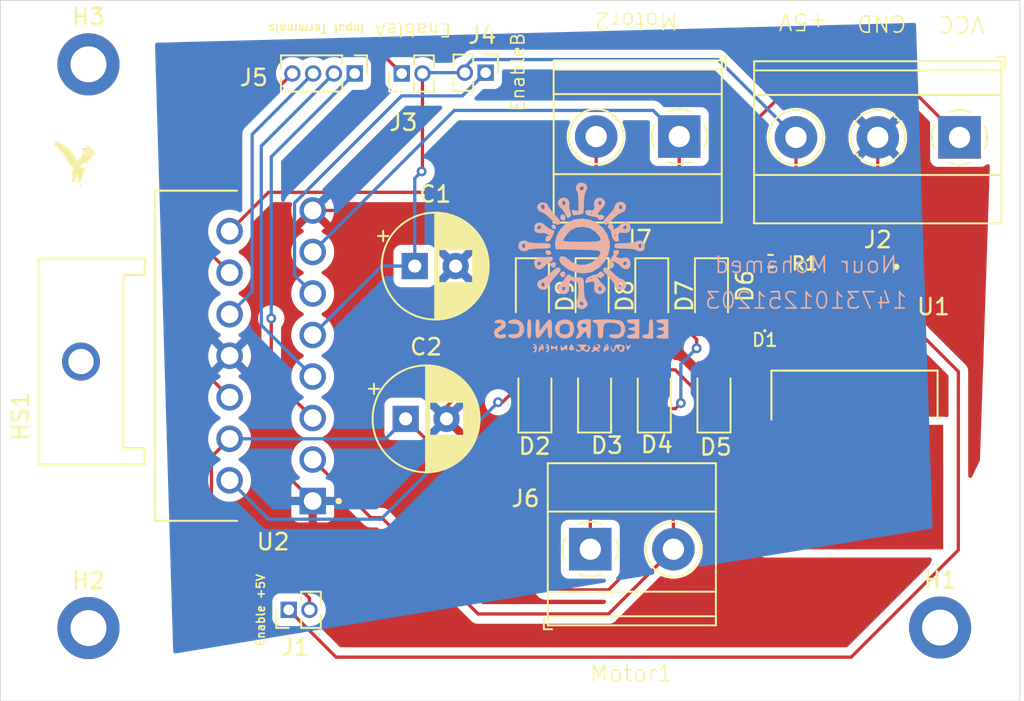
<source format=kicad_pcb>
(kicad_pcb (version 20240108) (generator "pcbnew") (generator_version "8.0")
  (title_block (title "${Title}") (date "2025-03-14") (rev "${Version}") (company "${Author}"))
  (layers (0 "F.Cu" signal) (31 "B.Cu" signal) (34 "B.Paste" user) (35 "F.Paste" user) (36 "B.SilkS" user "B.Silkscreen") (37 "F.SilkS" user "F.Silkscreen") (38 "B.Mask" user) (39 "F.Mask" user) (44 "Edge.Cuts" user))
  (property "Author" "Nour Mohamed")
  (property "ID" "1473101251203")
  (property "Title" "L298N")
  (property "Version" "V1.0")
  (net 0 "")
  (net 1 "GND")
  (net 2 "+5V")
  (net 3 "VCC")
  (net 4 "Net-(D1-A)")
  (net 5 "/OUT1")
  (net 6 "/OUT2")
  (net 7 "/OUT3")
  (net 8 "/OUT4")
  (net 9 "/power")
  (net 10 "Net-(J3-Pin_1)")
  (net 11 "Net-(J4-Pin_1)")
  (net 12 "Net-(J5-Pin_1)")
  (net 13 "Net-(J5-Pin_4)")
  (net 14 "Net-(J5-Pin_3)")
  (net 15 "Net-(J5-Pin_2)")
  (footprint "L298N:TO127P2020X500X2100-15" (layer "F.Cu") (at 108.0451 106.5276 180)
    (property "Reference" "U2" (at 2.425 -2.495 360) (layer "F.SilkS"))
    (property "Value" "L298N")
    (pad "1" thru_hole rect (at 0 0 180) (size 1.62 1.62) (drill 1.08) (layers "*.Cu" "*.Mask") (net 1 "GND"))
    (pad "2" thru_hole circle (at 5.08 1.27 180) (size 1.62 1.62) (drill 1.08) (layers "*.Cu" "*.Mask") (net 5 "/OUT1"))
    (pad "3" thru_hole circle (at 0 2.54 180) (size 1.62 1.62) (drill 1.08) (layers "*.Cu" "*.Mask") (net 6 "/OUT2"))
    (pad "4" thru_hole circle (at 5.08 3.81 180) (size 1.62 1.62) (drill 1.08) (layers "*.Cu" "*.Mask") (net 3 "VCC"))
    (pad "5" thru_hole circle (at 0 5.08 180) (size 1.62 1.62) (drill 1.08) (layers "*.Cu" "*.Mask") (net 12 "Net-(J5-Pin_1)"))
    (pad "6" thru_hole circle (at 5.08 6.35 180) (size 1.62 1.62) (drill 1.08) (layers "*.Cu" "*.Mask") (net 10 "Net-(J3-Pin_1)"))
    (pad "7" thru_hole circle (at 0 7.62 180) (size 1.62 1.62) (drill 1.08) (layers "*.Cu" "*.Mask") (net 15 "Net-(J5-Pin_2)"))
    (pad "8" thru_hole circle (at 5.08 8.89 180) (size 1.62 1.62) (drill 1.08) (layers "*.Cu" "*.Mask") (net 1 "GND"))
    (pad "9" thru_hole circle (at 0 10.16 180) (size 1.62 1.62) (drill 1.08) (layers "*.Cu" "*.Mask") (net 2 "+5V"))
    (pad "10" thru_hole circle (at 5.08 11.43 180) (size 1.62 1.62) (drill 1.08) (layers "*.Cu" "*.Mask") (net 14 "Net-(J5-Pin_3)"))
    (pad "11" thru_hole circle (at 0 12.7 180) (size 1.62 1.62) (drill 1.08) (layers "*.Cu" "*.Mask") (net 11 "Net-(J4-Pin_1)"))
    (pad "12" thru_hole circle (at 5.08 13.97 180) (size 1.62 1.62) (drill 1.08) (layers "*.Cu" "*.Mask") (net 13 "Net-(J5-Pin_4)"))
    (pad "13" thru_hole circle (at 0 15.24 180) (size 1.62 1.62) (drill 1.08) (layers "*.Cu" "*.Mask") (net 7 "/OUT3"))
    (pad "14" thru_hole circle (at 5.08 16.51 180) (size 1.62 1.62) (drill 1.08) (layers "*.Cu" "*.Mask") (net 8 "/OUT4"))
    (pad "15" thru_hole circle (at 0 17.78 180) (size 1.62 1.62) (drill 1.08) (layers "*.Cu" "*.Mask") (net 1 "GND"))
  )
  (footprint "Diode_SMD:D_PowerDI-123" (layer "F.Cu") (at 128.778 93.98 -90)
    (property "Reference" "D7" (at 0 -2 90) (layer "F.SilkS"))
    (property "Value" "D")
    (pad "1" smd roundrect (at -0.85 0 90) (size 2.4 1.5) (layers "F.Cu" "F.Paste" "F.Mask") (roundrect_rratio 0.1666666667) (net 7 "/OUT3"))
    (pad "2" smd roundrect (at 1.525 0 90) (size 1.05 1.5) (layers "F.Cu" "F.Paste" "F.Mask") (roundrect_rratio 0.2380952381) (net 1 "GND"))
  )
  (footprint "heat sink:HSINK_SK_95_25_STS_TO_220" (layer "F.Cu") (at 93.8784 97.9932 90)
    (property "Reference" "HS1" (at -3.36142 -3.70326 90) (layer "F.SilkS"))
    (property "Value" "Heatsink")
    (pad "1" thru_hole circle (at 0 0 90) (size 2.325 2.325) (drill 1.55) (layers "*.Cu" "*.Mask"))
  )
  (footprint "LED_SMD:LED_0201_0603Metric" (layer "F.Cu") (at 135.6868 95.25 90)
    (property "Reference" "D1" (at -1.4224 0 180) (layer "F.SilkS") (effects (font (size 0.8 0.8) (thickness 0.125))))
    (property "Value" "LED")
    (pad "1" smd roundrect (at -0.32 0 90) (size 0.46 0.4) (layers "F.Cu" "F.Mask") (net 1 "GND"))
    (pad "2" smd roundrect (at 0.32 0 90) (size 0.46 0.4) (layers "F.Cu" "F.Mask") (net 4 "Net-(D1-A)"))
  )
  (footprint "TerminalBlock_Phoenix:TerminalBlock_Phoenix_MKDS-1,5-2-5.08_1x02_P5.08mm_Horizontal" (layer "F.Cu") (at 130.4594 84.2262 180)
    (property "Reference" "J7" (at 2.54 -6.26 360) (layer "F.SilkS"))
    (property "Value" "Motor2")
    (pad "1" thru_hole rect (at 0 0 180) (size 2.6 2.6) (drill 1.3) (layers "*.Cu" "*.Mask") (net 7 "/OUT3"))
    (pad "2" thru_hole circle (at 5.08 0 180) (size 2.6 2.6) (drill 1.3) (layers "*.Cu" "*.Mask") (net 8 "/OUT4"))
  )
  (footprint "MountingHole:MountingHole_2.2mm_M2_DIN965_Pad" (layer "F.Cu") (at 146.4056 114.268)
    (property "Reference" "H1" (at 0 -2.9 0) (layer "F.SilkS"))
    (property "Value" "MountingHole")
    (pad "1" thru_hole circle (at 0 0) (size 3.8 3.8) (drill 2.2) (layers "*.Cu" "*.Mask"))
  )
  (footprint "voltage_regulator:TO254P1524X483-4N" (layer "F.Cu") (at 141.1732 101.1936 -90)
    (property "Reference" "U1" (at -6.5532 -4.826 180) (layer "F.SilkS"))
    (property "Value" "LM7805_TO220")
    (pad "1" smd roundrect (at -6.4 -2.54 270) (size 3.79 0.99) (layers "F.Cu" "F.Paste" "F.Mask") (roundrect_rratio 0.125) (net 9 "/power"))
    (pad "2" smd roundrect (at -6.4 0 270) (size 3.79 0.99) (layers "F.Cu" "F.Paste" "F.Mask") (roundrect_rratio 0.125) (net 1 "GND"))
    (pad "3" smd roundrect (at -6.4 2.54 270) (size 3.79 0.99) (layers "F.Cu" "F.Paste" "F.Mask") (roundrect_rratio 0.125) (net 2 "+5V"))
    (pad "4" smd rect (at 4.48 0 270) (size 7.62 10.84) (layers "F.Cu" "F.Mask"))
  )
  (footprint "Diode_SMD:D_PowerDI-123" (layer "F.Cu") (at 121.478 93.98 -90)
    (property "Reference" "D9" (at 0 -2 90) (layer "F.SilkS"))
    (property "Value" "D")
    (pad "1" smd roundrect (at -0.85 0 90) (size 2.4 1.5) (layers "F.Cu" "F.Paste" "F.Mask") (roundrect_rratio 0.1666666667) (net 8 "/OUT4"))
    (pad "2" smd roundrect (at 1.525 0 90) (size 1.05 1.5) (layers "F.Cu" "F.Paste" "F.Mask") (roundrect_rratio 0.2380952381) (net 1 "GND"))
  )
  (footprint "TerminalBlock_Phoenix:TerminalBlock_Phoenix_MKDS-1,5-2-5.08_1x02_P5.08mm_Horizontal" (layer "F.Cu") (at 125.0188 109.474)
    (property "Reference" "J6" (at -3.9624 -3.0988 360) (layer "F.SilkS"))
    (property "Value" "Motor1")
    (pad "1" thru_hole rect (at 0 0) (size 2.6 2.6) (drill 1.3) (layers "*.Cu" "*.Mask") (net 5 "/OUT1"))
    (pad "2" thru_hole circle (at 5.08 0) (size 2.6 2.6) (drill 1.3) (layers "*.Cu" "*.Mask") (net 6 "/OUT2"))
  )
  (footprint "Capacitor_THT:CP_Radial_D6.3mm_P2.50mm" (layer "F.Cu") (at 114.286021 92.1512)
    (property "Reference" "C1" (at 1.25 -4.4 0) (layer "F.SilkS"))
    (property "Value" "C_Polarized")
    (pad "1" thru_hole rect (at 0 0) (size 1.6 1.6) (drill 0.8) (layers "*.Cu" "*.Mask") (net 2 "+5V"))
    (pad "2" thru_hole circle (at 2.5 0) (size 1.6 1.6) (drill 0.8) (layers "*.Cu" "*.Mask") (net 1 "GND"))
  )
  (footprint "Diode_SMD:D_PowerDI-123" (layer "F.Cu") (at 132.428 93.98 -90)
    (property "Reference" "D6" (at -0.6096 -2.0396 90) (layer "F.SilkS"))
    (property "Value" "D")
    (pad "1" smd roundrect (at -0.85 0 90) (size 2.4 1.5) (layers "F.Cu" "F.Paste" "F.Mask") (roundrect_rratio 0.1666666667) (net 3 "VCC"))
    (pad "2" smd roundrect (at 1.525 0 90) (size 1.05 1.5) (layers "F.Cu" "F.Paste" "F.Mask") (roundrect_rratio 0.2380952381) (net 7 "/OUT3"))
  )
  (footprint "MountingHole:MountingHole_2.2mm_M2_DIN965_Pad" (layer "F.Cu") (at 94.3356 114.3)
    (property "Reference" "H2" (at 0 -2.9 0) (layer "F.SilkS"))
    (property "Value" "MountingHole")
    (pad "1" thru_hole circle (at 0 0) (size 3.8 3.8) (drill 2.2) (layers "*.Cu" "*.Mask"))
  )
  (footprint "MountingHole:MountingHole_2.2mm_M2_DIN965_Pad" (layer "F.Cu") (at 94.3356 79.8068)
    (property "Reference" "H3" (at 0 -2.9 0) (layer "F.SilkS"))
    (property "Value" "MountingHole")
    (pad "1" thru_hole circle (at 0 0) (size 3.8 3.8) (drill 2.2) (layers "*.Cu" "*.Mask"))
  )
  (footprint "Diode_SMD:D_PowerDI-123" (layer "F.Cu") (at 125.128 93.98 -90)
    (property "Reference" "D8" (at 0 -2 90) (layer "F.SilkS"))
    (property "Value" "D")
    (pad "1" smd roundrect (at -0.85 0 90) (size 2.4 1.5) (layers "F.Cu" "F.Paste" "F.Mask") (roundrect_rratio 0.1666666667) (net 3 "VCC"))
    (pad "2" smd roundrect (at 1.525 0 90) (size 1.05 1.5) (layers "F.Cu" "F.Paste" "F.Mask") (roundrect_rratio 0.2380952381) (net 8 "/OUT4"))
  )
  (footprint "logos:eagle" (layer "F.Cu") (at 93.56195 85.846758)
    (property "Reference" "G***" (hide yes))
    (property "Value" "LOGO" (hide yes))
  )
  (footprint "TerminalBlock_Phoenix:TerminalBlock_Phoenix_MKDS-1,5-3_1x03_P5.00mm_Horizontal" (layer "F.Cu") (at 147.5956 84.277 180)
    (property "Reference" "J2" (at 5 -6.26 360) (layer "F.SilkS"))
    (property "Value" "Screw_Terminal_01x03")
    (pad "1" thru_hole rect (at 0 0 180) (size 2.6 2.6) (drill 1.3) (layers "*.Cu" "*.Mask") (net 3 "VCC"))
    (pad "2" thru_hole circle (at 5 0 180) (size 2.6 2.6) (drill 1.3) (layers "*.Cu" "*.Mask") (net 1 "GND"))
    (pad "3" thru_hole circle (at 10 0 180) (size 2.6 2.6) (drill 1.3) (layers "*.Cu" "*.Mask") (net 2 "+5V"))
  )
  (footprint "Connector_PinHeader_1.27mm:PinHeader_1x02_P1.27mm_Vertical" (layer "F.Cu") (at 106.5784 113.1824 90)
    (property "Reference" "J1" (at -2.286 0.4064 180) (layer "F.SilkS"))
    (property "Value" "5V enable jumper")
    (pad "1" thru_hole rect (at 0 0 90) (size 1 1) (drill 0.65) (layers "*.Cu" "*.Mask") (net 9 "/power"))
    (pad "2" thru_hole oval (at 0 1.27 90) (size 1 1) (drill 0.65) (layers "*.Cu" "*.Mask") (net 3 "VCC"))
  )
  (footprint "Connector_PinHeader_1.27mm:PinHeader_1x02_P1.27mm_Vertical" (layer "F.Cu") (at 113.4872 80.3656 90)
    (property "Reference" "J3" (at -2.9972 0.1016 180) (layer "F.SilkS"))
    (property "Value" "EnableA")
    (pad "1" thru_hole rect (at 0 0 90) (size 1 1) (drill 0.65) (layers "*.Cu" "*.Mask") (net 10 "Net-(J3-Pin_1)"))
    (pad "2" thru_hole oval (at 0 1.27 90) (size 1 1) (drill 0.65) (layers "*.Cu" "*.Mask") (net 2 "+5V"))
  )
  (footprint "Connector_PinHeader_1.27mm:PinHeader_1x02_P1.27mm_Vertical" (layer "F.Cu") (at 118.618 80.3148 -90)
    (property "Reference" "J4" (at -2.286 0.2032 0) (layer "F.SilkS"))
    (property "Value" "EnableB")
    (pad "1" thru_hole rect (at 0 0 270) (size 1 1) (drill 0.65) (layers "*.Cu" "*.Mask") (net 11 "Net-(J4-Pin_1)"))
    (pad "2" thru_hole oval (at 0 1.27 270) (size 1 1) (drill 0.65) (layers "*.Cu" "*.Mask") (net 2 "+5V"))
  )
  (footprint "Diode_SMD:D_PowerDI-123" (layer "F.Cu") (at 132.5804 100.0252 90)
    (property "Reference" "D5" (at -3.2004 0.1092 180) (layer "F.SilkS"))
    (property "Value" "D")
    (pad "1" smd roundrect (at -0.85 0 270) (size 2.4 1.5) (layers "F.Cu" "F.Paste" "F.Mask") (roundrect_rratio 0.1666666667) (net 6 "/OUT2"))
    (pad "2" smd roundrect (at 1.525 0 270) (size 1.05 1.5) (layers "F.Cu" "F.Paste" "F.Mask") (roundrect_rratio 0.2380952381) (net 1 "GND"))
  )
  (footprint "Resistor_SMD:R_0402_1005Metric" (layer "F.Cu") (at 136.0424 91.8464 180)
    (property "Reference" "R1" (at -2.0828 -0.1524 0) (layer "F.SilkS") (effects (font (size 0.8 0.8))))
    (property "Value" "R")
    (pad "1" smd roundrect (at -0.51 0 180) (size 0.54 0.64) (layers "F.Cu" "F.Paste" "F.Mask") (net 2 "+5V"))
    (pad "2" smd roundrect (at 0.51 0 180) (size 0.54 0.64) (layers "F.Cu" "F.Paste" "F.Mask") (net 4 "Net-(D1-A)"))
  )
  (footprint "Capacitor_THT:CP_Radial_D6.3mm_P2.50mm" (layer "F.Cu") (at 113.727221 101.4984)
    (property "Reference" "C2" (at 1.25 -4.4 0) (layer "F.SilkS"))
    (property "Value" "C_Polarized")
    (pad "1" thru_hole rect (at 0 0) (size 1.6 1.6) (drill 0.8) (layers "*.Cu" "*.Mask") (net 3 "VCC"))
    (pad "2" thru_hole circle (at 2.5 0) (size 1.6 1.6) (drill 0.8) (layers "*.Cu" "*.Mask") (net 1 "GND"))
  )
  (footprint "Diode_SMD:D_PowerDI-123" (layer "F.Cu") (at 125.2804 100.0252 90)
    (property "Reference" "D3" (at -3.0988 0.7544 180) (layer "F.SilkS"))
    (property "Value" "D")
    (pad "1" smd roundrect (at -0.85 0 270) (size 2.4 1.5) (layers "F.Cu" "F.Paste" "F.Mask") (roundrect_rratio 0.1666666667) (net 5 "/OUT1"))
    (pad "2" smd roundrect (at 1.525 0 270) (size 1.05 1.5) (layers "F.Cu" "F.Paste" "F.Mask") (roundrect_rratio 0.2380952381) (net 1 "GND"))
  )
  (footprint "Diode_SMD:D_PowerDI-123" (layer "F.Cu") (at 121.6304 100.0252 90)
    (property "Reference" "D2" (at -3.1496 -0.0152 180) (layer "F.SilkS"))
    (property "Value" "D")
    (pad "1" smd roundrect (at -0.85 0 270) (size 2.4 1.5) (layers "F.Cu" "F.Paste" "F.Mask") (roundrect_rratio 0.1666666667) (net 3 "VCC"))
    (pad "2" smd roundrect (at 1.525 0 270) (size 1.05 1.5) (layers "F.Cu" "F.Paste" "F.Mask") (roundrect_rratio 0.2380952381) (net 5 "/OUT1"))
  )
  (footprint "Connector_PinHeader_1.27mm:PinHeader_1x04_P1.27mm_Vertical" (layer "F.Cu") (at 110.612 80.3656 -90)
    (property "Reference" "J5" (at 0.254 6.1672 180) (layer "F.SilkS"))
    (property "Value" "Conn_01x04_Pin")
    (pad "1" thru_hole rect (at 0 0 270) (size 1 1) (drill 0.65) (layers "*.Cu" "*.Mask") (net 12 "Net-(J5-Pin_1)"))
    (pad "2" thru_hole oval (at 0 1.27 270) (size 1 1) (drill 0.65) (layers "*.Cu" "*.Mask") (net 15 "Net-(J5-Pin_2)"))
    (pad "3" thru_hole oval (at 0 2.54 270) (size 1 1) (drill 0.65) (layers "*.Cu" "*.Mask") (net 14 "Net-(J5-Pin_3)"))
    (pad "4" thru_hole oval (at 0 3.81 270) (size 1 1) (drill 0.65) (layers "*.Cu" "*.Mask") (net 13 "Net-(J5-Pin_4)"))
  )
  (footprint "Diode_SMD:D_PowerDI-123" (layer "F.Cu") (at 128.9304 100.0252 90)
    (property "Reference" "D4" (at -3.048 0.1524 180) (layer "F.SilkS"))
    (property "Value" "D")
    (pad "1" smd roundrect (at -0.85 0 270) (size 2.4 1.5) (layers "F.Cu" "F.Paste" "F.Mask") (roundrect_rratio 0.1666666667) (net 3 "VCC"))
    (pad "2" smd roundrect (at 1.525 0 270) (size 1.05 1.5) (layers "F.Cu" "F.Paste" "F.Mask") (roundrect_rratio 0.2380952381) (net 6 "/OUT2"))
  )
  (footprint "logos:Electronics" (layer "B.Cu") (at 124.46 92.3544 180)
    (property "Reference" "G***" (hide yes))
    (property "Value" "LOGO" (hide yes))
  )
  (gr_rect (start 88.9508 75.8952) (end 151.2824 118.7704) (stroke (width 0.05)) (fill none) (layer "Edge.Cuts"))
  (gr_text "${Author}" (at 143.8656 92.6592 0) (layer "B.SilkS") (effects (font (size 1 1) (thickness 0.1)) (justify left bottom mirror)))
  (gr_text "${ID}" (at 144.4752 94.8436 0) (layer "B.SilkS") (effects (font (size 1 1) (thickness 0.1)) (justify left bottom mirror)))
  (gr_text "Motor2" (at 130.4544 76.5556 180) (layer "F.SilkS") (effects (font (size 1 1) (thickness 0.1)) (justify left bottom)))
  (gr_text "Motor1" (at 124.9172 117.6528 0) (layer "F.SilkS") (effects (font (size 1 1) (thickness 0.1)) (justify left bottom)))
  (gr_text "EnableA" (at 116.586 77.216 180) (layer "F.SilkS") (effects (font (size 0.8 0.8) (thickness 0.1)) (justify left bottom)))
  (gr_text "Input Terminals" (at 111.252 77.3176 180) (layer "F.SilkS") (effects (font (size 0.5 0.5) (thickness 0.1)) (justify left bottom)))
  (gr_text "Enable +5V" (at 105.156 115.4684 90) (layer "F.SilkS") (effects (font (size 0.5 0.5) (thickness 0.1)) (justify left bottom)))
  (gr_text "GND" (at 144.4244 76.708 180) (layer "F.SilkS") (effects (font (size 1 1) (thickness 0.1)) (justify left bottom)))
  (gr_text "VCC" (at 149.1996 76.7588 180) (layer "F.SilkS") (effects (font (size 1 1) (thickness 0.1)) (justify left bottom)))
  (gr_text "EnableB" (at 121.0564 82.7532 90) (layer "F.SilkS") (effects (font (size 0.8 0.8) (thickness 0.1)) (justify left bottom)))
  (gr_text "+5V" (at 139.6492 76.6064 180) (layer "F.SilkS") (effects (font (size 1 1) (thickness 0.1)) (justify left bottom)))
  (segment (start 120.139821 95.505) (end 116.786021 92.1512) (width 0.2) (layer "F.Cu") (net 1))
  (segment (start 121.478 95.505) (end 120.139821 95.505) (width 0.2) (layer "F.Cu") (net 1))
  (segment (start 121.478 95.505) (end 122.2852 95.505) (width 0.2) (layer "F.Cu") (net 1))
  (segment (start 141.1732 94.7936) (end 141.1732 96.688599) (width 0.2) (layer "F.Cu") (net 1))
  (segment (start 142.5956 93.3712) (end 141.1732 94.7936) (width 0.2) (layer "F.Cu") (net 1))
  (segment (start 105.664 100.3365) (end 102.9651 97.6376) (width 0.2) (layer "F.Cu") (net 1))
  (segment (start 132.5804 98.5002) (end 131.7732 98.5002) (width 0.2) (layer "F.Cu") (net 1))
  (segment (start 131.7732 98.5002) (end 128.778 95.505) (width 0.2) (layer "F.Cu") (net 1))
  (segment (start 108.0451 106.5276) (end 105.664 104.1465) (width 0.2) (layer "F.Cu") (net 1))
  (segment (start 142.5956 84.277) (end 142.5956 93.3712) (width 0.2) (layer "F.Cu") (net 1))
  (segment (start 132.5804 98.5002) (end 135.5106 95.57) (width 0.2) (layer "F.Cu") (net 1))
  (segment (start 125.7828 98.5002) (end 128.778 95.505) (width 0.2) (layer "F.Cu") (net 1))
  (segment (start 116.227221 100.755779) (end 116.227221 101.4984) (width 0.2) (layer "F.Cu") (net 1))
  (segment (start 108.0451 88.7476) (end 113.382421 88.7476) (width 0.2) (layer "F.Cu") (net 1))
  (segment (start 125.2804 98.5002) (end 125.7828 98.5002) (width 0.2) (layer "F.Cu") (net 1))
  (segment (start 121.478 95.505) (end 116.227221 100.755779) (width 0.2) (layer "F.Cu") (net 1))
  (segment (start 105.664 104.1465) (end 105.664 100.3365) (width 0.2) (layer "F.Cu") (net 1))
  (segment (start 141.1732 96.688599) (end 140.873199 96.9886) (width 0.2) (layer "F.Cu") (net 1))
  (segment (start 122.2852 95.505) (end 125.2804 98.5002) (width 0.2) (layer "F.Cu") (net 1))
  (segment (start 137.1054 96.9886) (end 135.6868 95.57) (width 0.2) (layer "F.Cu") (net 1))
  (segment (start 140.873199 96.9886) (end 137.1054 96.9886) (width 0.2) (layer "F.Cu") (net 1))
  (segment (start 135.5106 95.57) (end 135.6868 95.57) (width 0.2) (layer "F.Cu") (net 1))
  (segment (start 113.382421 88.7476) (end 116.786021 92.1512) (width 0.2) (layer "F.Cu") (net 1))
  (segment (start 116.227221 101.4984) (end 111.198021 106.5276) (width 0.2) (layer "B.Cu") (net 1))
  (segment (start 111.198021 106.5276) (end 108.0451 106.5276) (width 0.2) (layer "B.Cu") (net 1))
  (segment (start 136.5524 92.7128) (end 136.5524 91.8464) (width 0.2) (layer "F.Cu") (net 2))
  (segment (start 137.5956 84.277) (end 137.5956 90.8032) (width 0.2) (layer "F.Cu") (net 2))
  (segment (start 114.7572 86.3092) (end 114.7064 86.36) (width 0.2) (layer "F.Cu") (net 2))
  (segment (start 114.7572 80.3656) (end 114.7572 86.3092) (width 0.2) (layer "F.Cu") (net 2))
  (segment (start 138.6332 94.7936) (end 136.5524 92.7128) (width 0.2) (layer "F.Cu") (net 2))
  (segment (start 137.5956 90.8032) (end 136.5524 91.8464) (width 0.2) (layer "F.Cu") (net 2))
  (via (at 114.7064 86.36) (size 0.6) (drill 0.3) (layers "F.Cu" "B.Cu") (net 2))
  (segment (start 114.7064 86.36) (end 114.286021 86.780379) (width 0.2) (layer "B.Cu") (net 2))
  (segment (start 132.8334 79.5148) (end 117.818 79.5148) (width 0.2) (layer "B.Cu") (net 2))
  (segment (start 114.286021 92.1512) (end 112.2615 92.1512) (width 0.2) (layer "B.Cu") (net 2))
  (segment (start 114.808 80.3148) (end 114.7572 80.3656) (width 0.2) (layer "B.Cu") (net 2))
  (segment (start 117.348 80.3148) (end 114.808 80.3148) (width 0.2) (layer "B.Cu") (net 2))
  (segment (start 114.286021 86.780379) (end 114.286021 92.1512) (width 0.2) (layer "B.Cu") (net 2))
  (segment (start 117.348 80.6448) (end 117.348 80.3148) (width 0.2) (layer "B.Cu") (net 2))
  (segment (start 117.818 79.5148) (end 117.348 79.9848) (width 0.2) (layer "B.Cu") (net 2))
  (segment (start 112.2615 92.1512) (end 108.0451 96.3676) (width 0.2) (layer "B.Cu") (net 2))
  (segment (start 137.5956 84.277) (end 132.8334 79.5148) (width 0.2) (layer "B.Cu") (net 2))
  (segment (start 117.348 79.9848) (end 117.348 80.3148) (width 0.2) (layer "B.Cu") (net 2))
  (segment (start 136.7028 81.6864) (end 145.005 81.6864) (width 0.2) (layer "F.Cu") (net 3))
  (segment (start 118.6196 103.886) (end 116.114821 103.886) (width 0.2) (layer "F.Cu") (net 3))
  (segment (start 133.478 96.014744) (end 133.162744 96.33) (width 0.2) (layer "F.Cu") (net 3))
  (segment (start 133.6548 84.7344) (end 136.7028 81.6864) (width 0.2) (layer "F.Cu") (net 3))
  (segment (start 118.6196 108.3072) (end 118.6196 103.886) (width 0.2) (layer "F.Cu") (net 3))
  (segment (start 127.4064 110.6932) (end 126.1364 111.9632) (width 0.2) (layer "F.Cu") (net 3))
  (segment (start 101.8551 106.481994) (end 101.8551 103.8276) (width 0.2) (layer "F.Cu") (net 3))
  (segment (start 133.6548 91.9032) (end 133.6548 84.7344) (width 0.2) (layer "F.Cu") (net 3))
  (segment (start 127.4064 102.3992) (end 127.4064 110.6932) (width 0.2) (layer "F.Cu") (net 3))
  (segment (start 129.512744 94.63) (end 126.628 94.63) (width 0.2) (layer "F.Cu") (net 3))
  (segment (start 145.005 81.6864) (end 147.5956 84.277) (width 0.2) (layer "F.Cu") (net 3))
  (segment (start 132.428 93.13) (end 133.6548 91.9032) (width 0.2) (layer "F.Cu") (net 3))
  (segment (start 126.1364 111.9632) (end 122.2756 111.9632) (width 0.2) (layer "F.Cu") (net 3))
  (segment (start 132.428 93.13) (end 133.478 94.18) (width 0.2) (layer "F.Cu") (net 3))
  (segment (start 133.162744 96.33) (end 131.212744 96.33) (width 0.2) (layer "F.Cu") (net 3))
  (segment (start 107.8484 113.1824) (end 107.8484 112.475294) (width 0.2) (layer "F.Cu") (net 3))
  (segment (start 128.9304 100.8752) (end 130.214 100.8752) (width 0.2) (layer "F.Cu") (net 3))
  (segment (start 131.5212 97.1804) (end 131.5212 96.638456) (width 0.2) (layer "F.Cu") (net 3))
  (segment (start 131.212744 96.33) (end 129.512744 94.63) (width 0.2) (layer "F.Cu") (net 3))
  (segment (start 121.6304 100.8752) (end 118.6196 103.886) (width 0.2) (layer "F.Cu") (net 3))
  (segment (start 107.8484 112.475294) (end 101.8551 106.481994) (width 0.2) (layer "F.Cu") (net 3))
  (segment (start 126.628 94.63) (end 125.128 93.13) (width 0.2) (layer "F.Cu") (net 3))
  (segment (start 133.478 94.18) (end 133.478 96.014744) (width 0.2) (layer "F.Cu") (net 3))
  (segment (start 131.5212 96.638456) (end 131.212744 96.33) (width 0.2) (layer "F.Cu") (net 3))
  (segment (start 122.2756 111.9632) (end 118.6196 108.3072) (width 0.2) (layer "F.Cu") (net 3))
  (segment (start 128.9304 100.8752) (end 127.4064 102.3992) (width 0.2) (layer "F.Cu") (net 3))
  (segment (start 101.8551 103.8276) (end 102.9651 102.7176) (width 0.2) (layer "F.Cu") (net 3))
  (segment (start 116.114821 103.886) (end 113.727221 101.4984) (width 0.2) (layer "F.Cu") (net 3))
  (segment (start 130.214 100.8752) (end 130.556 100.5332) (width 0.2) (layer "F.Cu") (net 3))
  (via (at 130.556 100.5332) (size 0.6) (drill 0.3) (layers "F.Cu" "B.Cu") (net 3))
  (via (at 131.5212 97.1804) (size 0.6) (drill 0.3) (layers "F.Cu" "B.Cu") (net 3))
  (segment (start 130.556 100.5332) (end 130.556 98.1456) (width 0.2) (layer "B.Cu") (net 3))
  (segment (start 130.556 98.1456) (end 131.5212 97.1804) (width 0.2) (layer "B.Cu") (net 3))
  (segment (start 112.508021 102.7176) (end 102.9651 102.7176) (width 0.2) (layer "B.Cu") (net 3))
  (segment (start 113.727221 101.4984) (end 112.508021 102.7176) (width 0.2) (layer "B.Cu") (net 3))
  (segment (start 135.6868 92.0008) (end 135.5324 91.8464) (width 0.2) (layer "F.Cu") (net 4))
  (segment (start 135.6868 94.93) (end 135.6868 92.0008) (width 0.2) (layer "F.Cu") (net 4))
  (segment (start 119.6482 100.4824) (end 121.6304 98.5002) (width 0.2) (layer "F.Cu") (net 5))
  (segment (start 125.0188 109.474) (end 125.0188 101.1368) (width 0.2) (layer "F.Cu") (net 5))
  (segment (start 125.0188 101.1368) (end 125.2804 100.8752) (width 0.2) (layer "F.Cu") (net 5))
  (segment (start 122.9054 98.5002) (end 125.2804 100.8752) (width 0.2) (layer "F.Cu") (net 5))
  (segment (start 121.6304 98.5002) (end 122.9054 98.5002) (width 0.2) (layer "F.Cu") (net 5))
  (segment (start 119.38 100.4824) (end 119.6482 100.4824) (width 0.2) (layer "F.Cu") (net 5))
  (via (at 119.38 100.4824) (size 0.6) (drill 0.3) (layers "F.Cu" "B.Cu") (net 5))
  (segment (start 102.9651 105.2576) (end 105.3451 107.6376) (width 0.2) (layer "B.Cu") (net 5))
  (segment (start 112.2248 107.6376) (end 119.38 100.4824) (width 0.2) (layer "B.Cu") (net 5))
  (segment (start 105.3451 107.6376) (end 112.2248 107.6376) (width 0.2) (layer "B.Cu") (net 5))
  (segment (start 128.9304 98.5002) (end 130.2054 98.5002) (width 0.2) (layer "F.Cu") (net 6))
  (segment (start 111.6011 107.5436) (end 112.268 107.5436) (width 0.2) (layer "F.Cu") (net 6))
  (segment (start 126.1364 113.4364) (end 130.0988 109.474) (width 0.2) (layer "F.Cu") (net 6))
  (segment (start 108.0451 103.9876) (end 111.6011 107.5436) (width 0.2) (layer "F.Cu") (net 6))
  (segment (start 130.0988 103.3568) (end 132.5804 100.8752) (width 0.2) (layer "F.Cu") (net 6))
  (segment (start 130.2054 98.5002) (end 132.5804 100.8752) (width 0.2) (layer "F.Cu") (net 6))
  (segment (start 130.0988 109.474) (end 130.0988 103.3568) (width 0.2) (layer "F.Cu") (net 6))
  (segment (start 118.1608 113.4364) (end 126.1364 113.4364) (width 0.2) (layer "F.Cu") (net 6))
  (segment (start 112.268 107.5436) (end 118.1608 113.4364) (width 0.2) (layer "F.Cu") (net 6))
  (segment (start 130.4594 84.2262) (end 130.4594 91.4486) (width 0.2) (layer "F.Cu") (net 7))
  (segment (start 130.4594 91.4486) (end 128.778 93.13) (width 0.2) (layer "F.Cu") (net 7))
  (segment (start 131.153 95.505) (end 128.778 93.13) (width 0.2) (layer "F.Cu") (net 7))
  (segment (start 132.428 95.505) (end 131.153 95.505) (width 0.2) (layer "F.Cu") (net 7))
  (segment (start 128.8594 82.6262) (end 130.4594 84.2262) (width 0.2) (layer "B.Cu") (net 7))
  (segment (start 116.7065 82.6262) (end 128.8594 82.6262) (width 0.2) (layer "B.Cu") (net 7))
  (segment (start 108.0451 91.2876) (end 116.7065 82.6262) (width 0.2) (layer "B.Cu") (net 7))
  (segment (start 123.853 95.505) (end 121.478 93.13) (width 0.2) (layer "F.Cu") (net 8))
  (segment (start 125.3794 84.2262) (end 125.3794 89.2286) (width 0.2) (layer "F.Cu") (net 8))
  (segment (start 125.3794 89.2286) (end 121.478 93.13) (width 0.2) (layer "F.Cu") (net 8))
  (segment (start 125.128 95.505) (end 123.853 95.505) (width 0.2) (layer "F.Cu") (net 8))
  (segment (start 121.478 93.13) (end 115.9856 87.6376) (width 0.2) (layer "F.Cu") (net 8))
  (segment (start 115.9856 87.6376) (end 105.3451 87.6376) (width 0.2) (layer "F.Cu") (net 8))
  (segment (start 105.3451 87.6376) (end 102.9651 90.0176) (width 0.2) (layer "F.Cu") (net 8))
  (segment (start 109.474 116.078) (end 140.97 116.078) (width 0.2) (layer "F.Cu") (net 9))
  (segment (start 106.5784 113.1824) (end 109.474 116.078) (width 0.2) (layer "F.Cu") (net 9))
  (segment (start 147.5232 109.5248) (end 147.5232 98.6036) (width 0.2) (layer "F.Cu") (net 9))
  (segment (start 140.97 116.078) (end 147.5232 109.5248) (width 0.2) (layer "F.Cu") (net 9))
  (segment (start 147.5232 98.6036) (end 143.7132 94.7936) (width 0.2) (layer "F.Cu") (net 9))
  (segment (start 102.9651 100.1776) (end 100.7936 98.0061) (width 0.2) (layer "F.Cu") (net 10))
  (segment (start 111.8616 78.74) (end 113.4872 80.3656) (width 0.2) (layer "F.Cu") (net 10))
  (segment (start 100.7936 82.442) (end 104.4956 78.74) (width 0.2) (layer "F.Cu") (net 10))
  (segment (start 100.7936 98.0061) (end 100.7936 82.442) (width 0.2) (layer "F.Cu") (net 10))
  (segment (start 104.4956 78.74) (end 111.8616 78.74) (width 0.2) (layer "F.Cu") (net 10))
  (segment (start 113.485722 81.7372) (end 117.1956 81.7372) (width 0.2) (layer "B.Cu") (net 11))
  (segment (start 108.0451 93.8276) (end 106.9351 92.7176) (width 0.2) (layer "B.Cu") (net 11))
  (segment (start 117.1956 81.7372) (end 118.618 80.3148) (width 0.2) (layer "B.Cu") (net 11))
  (segment (start 106.9351 92.7176) (end 106.9351 88.287822) (width 0.2) (layer "B.Cu") (net 11))
  (segment (start 106.9351 88.287822) (end 113.485722 81.7372) (width 0.2) (layer "B.Cu") (net 11))
  (segment (start 105.5116 98.9141) (end 108.0451 101.4476) (width 0.2) (layer "F.Cu") (net 12))
  (segment (start 105.5116 95.3516) (end 105.5116 98.9141) (width 0.2) (layer "F.Cu") (net 12))
  (via (at 105.5116 95.3516) (size 0.6) (drill 0.3) (layers "F.Cu" "B.Cu") (net 12))
  (segment (start 110.612 80.3656) (end 105.5116 85.466) (width 0.2) (layer "B.Cu") (net 12))
  (segment (start 105.5116 85.466) (end 105.5116 95.3516) (width 0.2) (layer "B.Cu") (net 12))
  (segment (start 101.1936 85.974) (end 101.1936 90.7861) (width 0.2) (layer "F.Cu") (net 13))
  (segment (start 106.802 80.3656) (end 101.1936 85.974) (width 0.2) (layer "F.Cu") (net 13))
  (segment (start 101.1936 90.7861) (end 102.9651 92.5576) (width 0.2) (layer "F.Cu") (net 13))
  (segment (start 104.3432 93.7195) (end 102.9651 95.0976) (width 0.2) (layer "B.Cu") (net 14))
  (segment (start 108.072 80.3656) (end 104.3432 84.0944) (width 0.2) (layer "B.Cu") (net 14))
  (segment (start 104.3432 84.0944) (end 104.3432 93.7195) (width 0.2) (layer "B.Cu") (net 14))
  (segment (start 104.902 84.8056) (end 104.902 95.7645) (width 0.2) (layer "B.Cu") (net 15))
  (segment (start 109.342 80.3656) (end 104.902 84.8056) (width 0.2) (layer "B.Cu") (net 15))
  (segment (start 104.902 95.7645) (end 108.0451 98.9076) (width 0.2) (layer "B.Cu") (net 15))
  (zone (net 1) (net_name "GND") (layer "F.Cu") (connect_pads (clearance 0.5)) (min_thickness 0.25) (fill yes (thermal_gap 0.5) (thermal_bridge_width 0.5))
    (polygon (pts (xy 97.8916 78.2828) (xy 98.3488 117.2972) (xy 143.0528 116.078) (xy 148.844 104.0384) (xy 149.7076 78.2828)))
  )
  (zone (net 1) (net_name "GND") (layer "B.Cu") (priority 1) (connect_pads (clearance 0.5)) (min_thickness 0.25) (fill yes (thermal_gap 0.5) (thermal_bridge_width 0.5))
    (polygon (pts (xy 98.3996 78.486) (xy 99.5172 115.8748) (xy 145.9484 108.204) (xy 144.9324 77.2668)))
  )
)
</source>
